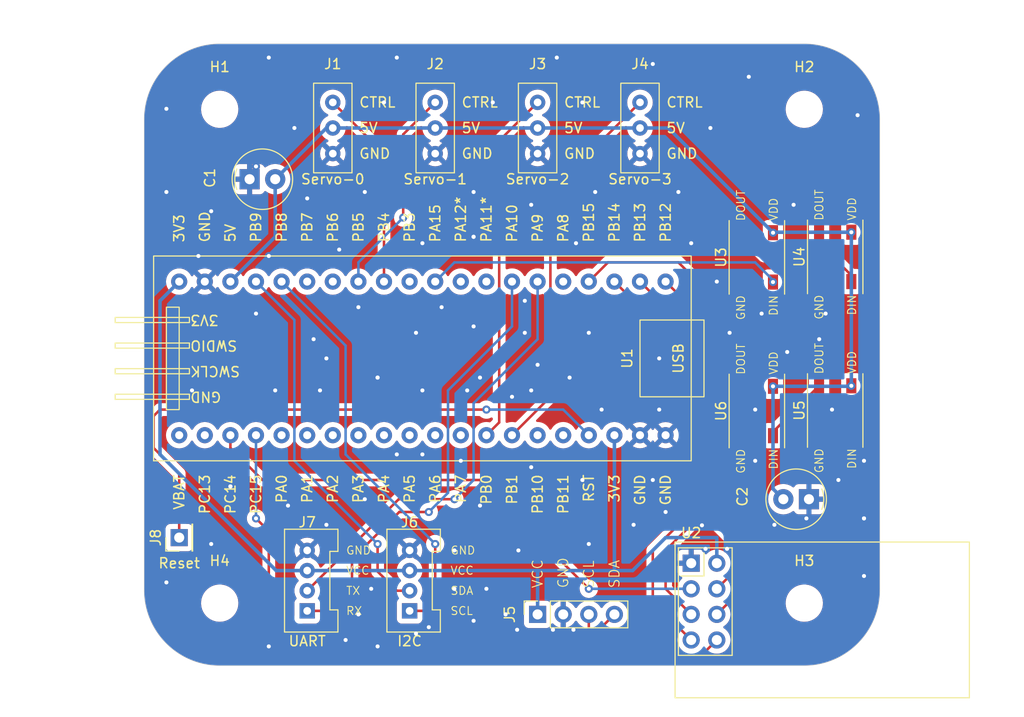
<source format=kicad_pcb>
(kicad_pcb (version 20221018) (generator pcbnew)
  (layers (0 "F.Cu" signal) (31 "B.Cu" signal) (34 "B.Paste" user) (35 "F.Paste" user) (36 "B.SilkS" user "B.Silkscreen") (37 "F.SilkS" user "F.Silkscreen") (38 "B.Mask" user) (39 "F.Mask" user) (44 "Edge.Cuts" user))
  (net 0 "")
  (net 1 "VCC")
  (net 2 "GND")
  (net 3 "/SCL")
  (net 4 "/SDA")
  (net 5 "/RXD")
  (net 6 "/TXD")
  (net 7 "+5V")
  (net 8 "/SRV0_CTRL")
  (net 9 "/SRV1_CTRL")
  (net 10 "/SRV2_CTRL")
  (net 11 "/SRV3_CTRL")
  (net 12 "/nRF_~{CSN}")
  (net 13 "/nRF_SCK")
  (net 14 "/nRF_MISO")
  (net 15 "/nRF_MOSI")
  (net 19 "/WS281X")
  (net 35 "/RST")
  (net 36 "Net-(U3-DOUT)")
  (net 37 "/nRF_CE")
  (net 38 "/nRF_IRQ")
  (net 39 "Net-(U4-DOUT)")
  (net 40 "Net-(U5-DOUT)")
  (footprint "boards:WS2812B" (layer "F.Cu") (at 93.98 60.96 90)
    (fp_text reference "U5" (at 2.4511 -1.9685 90) (layer "F.SilkS"))
    (fp_text value "WS2811B")
    (fp_text user "DIN" (at -1.25 3.25 90) (layer "F.SilkS") (effects (font (size 0.8 0.8) (thickness 0.1)) (justify right)))
    (fp_text user "GND" (at -1.25 0 90) (layer "F.SilkS") (effects (font (size 0.8 0.8) (thickness 0.1)) (justify right)))
    (fp_text user "DOUT" (at 6 0 90) (layer "F.SilkS") (effects (font (size 0.8 0.8) (thickness 0.1)) (justify left)))
    (fp_text user "VDD" (at 6 3.25 90) (layer "F.SilkS") (effects (font (size 0.8 0.8) (thickness 0.1)) (justify left)))
    (pad "1" smd rect (at 4.9011 3.1875 90) (size 1.5 1) (layers "F.Cu" "F.Paste" "F.Mask") (net 7 "+5V"))
    (pad "2" smd rect (at 4.9011 -0.0125 90) (size 1.5 1) (layers "F.Cu" "F.Paste" "F.Mask") (net 40 "Net-(U5-DOUT)"))
    (pad "3" smd rect (at 0.0011 -0.0125 90) (size 1.5 1) (layers "F.Cu" "F.Paste" "F.Mask") (net 2 "GND"))
    (pad "4" smd rect (at 0.0011 3.1875 90) (size 1.5 1) (layers "F.Cu" "F.Paste" "F.Mask") (net 39 "Net-(U4-DOUT)"))
  )
  (footprint "boards:grove_i2c" (layer "F.Cu") (at 53.34 75.39 90)
    (fp_text reference "J6" (at 5.794 0 180) (layer "F.SilkS"))
    (fp_text value "I2C")
    (fp_text user "I2C" (at -6 0) (layer "F.SilkS"))
    (fp_text user "GND" (at 3 4) (layer "F.SilkS") (effects (font (size 0.8 0.8) (thickness 0.1)) (justify left)))
    (fp_text user "SDA" (at -1 4) (layer "F.SilkS") (effects (font (size 0.8 0.8) (thickness 0.1)) (justify left)))
    (fp_text user "VCC" (at 1 4) (layer "F.SilkS") (effects (font (size 0.8 0.8) (thickness 0.1)) (justify left)))
    (fp_text user "SCL" (at -3 4) (layer "F.SilkS") (effects (font (size 0.8 0.8) (thickness 0.1)) (justify left)))
    (pad "1" thru_hole rect (at -3 0 90) (size 1.524 1.524) (drill 0.762) (layers "*.Cu" "*.Mask") (net 3 "/SCL"))
    (pad "2" thru_hole circle (at -1 0 90) (size 1.524 1.524) (drill 0.762) (layers "*.Cu" "*.Mask") (net 4 "/SDA"))
    (pad "3" thru_hole circle (at 1 0 90) (size 1.524 1.524) (drill 0.762) (layers "*.Cu" "*.Mask") (net 1 "VCC"))
    (pad "4" thru_hole circle (at 3 0 90) (size 1.524 1.524) (drill 0.762) (layers "*.Cu" "*.Mask") (net 2 "GND"))
  )
  (footprint "boards:Servo" (layer "F.Cu") (at 66.04 33.02)
    (fp_text reference "J3" (at 0 -8.89 unlocked) (layer "F.SilkS"))
    (fp_text value "Servo-2" (at 0 2.54 unlocked) (layer "F.SilkS"))
    (fp_text user "CTRL" (at 2.54 -5.08 unlocked) (layer "F.SilkS") (effects (justify left)))
    (fp_text user "GND" (at 2.54 0 unlocked) (layer "F.SilkS") (effects (justify left)))
    (fp_text user "5V" (at 2.54 -2.54 unlocked) (layer "F.SilkS") (effects (justify left)))
    (pad "1" thru_hole circle (at 0 0) (size 1.524 1.524) (drill 0.762) (layers "*.Cu" "*.Mask") (net 2 "GND"))
    (pad "2" thru_hole circle (at 0 -2.54) (size 1.524 1.524) (drill 0.762) (layers "*.Cu" "*.Mask") (net 7 "+5V"))
    (pad "3" thru_hole circle (at 0 -5.08) (size 1.524 1.524) (drill 0.762) (layers "*.Cu" "*.Mask") (net 10 "/SRV2_CTRL"))
  )
  (footprint "boards:Servo" (layer "F.Cu") (at 45.72 33.02)
    (fp_text reference "J1" (at 0 -8.89 unlocked) (layer "F.SilkS"))
    (fp_text value "Servo-0" (at 0 2.54 unlocked) (layer "F.SilkS"))
    (fp_text user "CTRL" (at 2.54 -5.08 unlocked) (layer "F.SilkS") (effects (justify left)))
    (fp_text user "GND" (at 2.54 0 unlocked) (layer "F.SilkS") (effects (justify left)))
    (fp_text user "5V" (at 2.54 -2.54 unlocked) (layer "F.SilkS") (effects (justify left)))
    (pad "1" thru_hole circle (at 0 0) (size 1.524 1.524) (drill 0.762) (layers "*.Cu" "*.Mask") (net 2 "GND"))
    (pad "2" thru_hole circle (at 0 -2.54) (size 1.524 1.524) (drill 0.762) (layers "*.Cu" "*.Mask") (net 7 "+5V"))
    (pad "3" thru_hole circle (at 0 -5.08) (size 1.524 1.524) (drill 0.762) (layers "*.Cu" "*.Mask") (net 8 "/SRV0_CTRL"))
  )
  (footprint "boards:WS2812B" (layer "F.Cu") (at 86.2075 45.7689 90)
    (fp_text reference "U3" (at 2.4511 -1.9685 90) (layer "F.SilkS"))
    (fp_text value "WS2811B")
    (fp_text user "DIN" (at -1.25 3.25 90) (layer "F.SilkS") (effects (font (size 0.8 0.8) (thickness 0.1)) (justify right)))
    (fp_text user "GND" (at -1.25 0 90) (layer "F.SilkS") (effects (font (size 0.8 0.8) (thickness 0.1)) (justify right)))
    (fp_text user "VDD" (at 6 3.25 90) (layer "F.SilkS") (effects (font (size 0.8 0.8) (thickness 0.1)) (justify left)))
    (fp_text user "DOUT" (at 6 0 90) (layer "F.SilkS") (effects (font (size 0.8 0.8) (thickness 0.1)) (justify left)))
    (pad "1" smd rect (at 4.9011 3.1875 90) (size 1.5 1) (layers "F.Cu" "F.Paste" "F.Mask") (net 7 "+5V"))
    (pad "2" smd rect (at 4.9011 -0.0125 90) (size 1.5 1) (layers "F.Cu" "F.Paste" "F.Mask") (net 36 "Net-(U3-DOUT)"))
    (pad "3" smd rect (at 0.0011 -0.0125 90) (size 1.5 1) (layers "F.Cu" "F.Paste" "F.Mask") (net 2 "GND"))
    (pad "4" smd rect (at 0.0011 3.1875 90) (size 1.5 1) (layers "F.Cu" "F.Paste" "F.Mask") (net 19 "/WS281X"))
  )
  (footprint "MountingHole:MountingHole_3.2mm_M3" (layer "F.Cu") (at 92.5 77.623301)
    (fp_text reference "H3" (at 0 -4.2) (layer "F.SilkS"))
    (fp_text value "MountingHole")
    (pad "" np_thru_hole circle locked (at 0 0) (size 3.2 3.2) (drill 3.2) (layers "*.Cu" "*.Mask"))
  )
  (footprint "boards:bluepill-stm32f103c8" (layer "F.Cu") (at 78.74 45.72 90)
    (fp_text reference "U1" (at -7.62 -3.81 90 unlocked) (layer "F.SilkS"))
    (fp_text value "bluepill-stm32f103c8")
    (fp_text user "PA12*" (at 3.81 -20.32 90 unlocked) (layer "F.SilkS") (effects (justify left)))
    (fp_text user "VBAT" (at -19.05 -48.26 90 unlocked) (layer "F.SilkS") (effects (justify right)))
    (fp_text user "PB9" (at 3.81 -40.64 90 unlocked) (layer "F.SilkS") (effects (justify left)))
    (fp_text user "PB13" (at 3.81 -2.54 90 unlocked) (layer "F.SilkS") (effects (justify left)))
    (fp_text user "GND" (at -11.43 -47.244 180 unlocked) (layer "F.SilkS") (effects (justify right)))
    (fp_text user "PA9" (at 3.81 -12.7 90 unlocked) (layer "F.SilkS") (effects (justify left)))
    (fp_text user "PB15" (at 3.81 -7.62 90 unlocked) (layer "F.SilkS") (effects (justify left)))
    (fp_text user "PA15" (at 3.81 -22.86 90 unlocked) (layer "F.SilkS") (effects (justify left)))
    (fp_text user "PC13" (at -19.05 -45.72 90 unlocked) (layer "F.SilkS") (effects (justify right)))
    (fp_text user "PB0" (at -19.05 -17.78 90 unlocked) (layer "F.SilkS") (effects (justify right)))
    (fp_text user "GND" (at 3.81 -45.72 90 unlocked) (layer "F.SilkS") (effects (justify left)))
    (fp_text user "PB1" (at -19.05 -15.24 90 unlocked) (layer "F.SilkS") (effects (justify right)))
    (fp_text user "PB3" (at 3.81 -25.4 90 unlocked) (layer "F.SilkS") (effects (justify left)))
    (fp_text user "PA3" (at -19.05 -30.48 90 unlocked) (layer "F.SilkS") (effects (justify right)))
    (fp_text user "PB14" (at 3.81 -5.08 90 unlocked) (layer "F.SilkS") (effects (justify left)))
    (fp_text user "PA1" (at -19.05 -35.56 90 unlocked) (layer "F.SilkS") (effects (justify right)))
    (fp_text user "GND" (at -19.05 0 90 unlocked) (layer "F.SilkS") (effects (justify right)))
    (fp_text user "PB7" (at 3.81 -35.56 90 unlocked) (layer "F.SilkS") (effects (justify left)))
    (fp_text user "PB6" (at 3.81 -33.02 90 unlocked) (layer "F.SilkS") (effects (justify left)))
    (fp_text user "PA0" (at -19.05 -38.1 90 unlocked) (layer "F.SilkS") (effects (justify right)))
    (fp_text user "SWDIO" (at -6.35 -47.244 180 unlocked) (layer "F.SilkS") (effects (justify right)))
    (fp_text user "PC15" (at -19.05 -40.64 90 unlocked) (layer "F.SilkS") (effects (justify right)))
    (fp_text user "PA2" (at -19.05 -33.02 90 unlocked) (layer "F.SilkS") (effects (justify right)))
    (fp_text user "PC14" (at -19.05 -43.18 90 unlocked) (layer "F.SilkS") (effects (justify right)))
    (fp_text user "PA5" (at -19.05 -25.4 90 unlocked) (layer "F.SilkS") (effects (justify right)))
    (fp_text user "3V3" (at 3.81 -48.26 90 unlocked) (layer "F.SilkS") (effects (justify left)))
    (fp_text user "PA7" (at -19.05 -20.32 90 unlocked) (layer "F.SilkS") (effects (justify right)))
    (fp_text user "SWCLK" (at -8.89 -47.244 180 unlocked) (layer "F.SilkS") (effects (justify right)))
    (fp_text user "PA4" (at -19.05 -27.94 90 unlocked) (layer "F.SilkS") (effects (justify right)))
    (fp_text user "PB10" (at -19.05 -12.7 90 unlocked) (layer "F.SilkS") (effects (justify right)))
    (fp_text user "GND" (at -19.05 -2.54 90 unlocked) (layer "F.SilkS") (effects (justify right)))
    (fp_text user "PA11*" (at 3.81 -17.78 90 unlocked) (layer "F.SilkS") (effects (justify left)))
    (fp_text user "PB12" (at 3.81 0 90 unlocked) (layer "F.SilkS") (effects (justify left)))
    (fp_text user "PA10" (at 3.81 -15.24 90 unlocked) (layer "F.SilkS") (effects (justify left)))
    (fp_text user "PB4" (at 3.81 -27.94 90 unlocked) (layer "F.SilkS") (effects (justify left)))
    (fp_text user "PB8" (at 3.81 -38.1 90 unlocked) (layer "F.SilkS") (effects (justify left)))
    (fp_text user "PB5" (at 3.81 -30.48 90 unlocked) (layer "F.SilkS") (effects (justify left)))
    (fp_text user "PA8" (at 3.81 -10.16 90 unlocked) (layer "F.SilkS") (effects (justify left)))
    (fp_text user "3V3" (at -3.81 -47.244 180 unlocked) (layer "F.SilkS") (effects (justify right)))
    (fp_text user "RST" (at -19.05 -7.62 90 unlocked) (layer "F.SilkS") (effects (justify right)))
    (fp_text user "PB11" (at -19.05 -10.16 90 unlocked) (layer "F.SilkS") (effects (justify right)))
    (fp_text user "PA6" (at -19.05 -22.86 90 unlocked) (layer "F.SilkS") (effects (justify right)))
    (fp_text user "USB" (at -7.62 1.27 90 unlocked) (layer "F.SilkS"))
    (fp_text user "3V3" (at -19.05 -5.08 90 unlocked) (layer "F.SilkS") (effects (justify right)))
    (fp_text user "5V" (at 3.81 -43.18 90 unlocked) (layer "F.SilkS") (effects (justify left)))
    (pad "1" thru_hole circle (at 0 0 90) (size 1.6 1.6) (drill 0.8) (layers "*.Cu" "*.Mask") (net 12 "/nRF_~{CSN}"))
    (pad "2" thru_hole circle (at 0 -2.54 90) (size 1.6 1.6) (drill 0.8) (layers "*.Cu" "*.Mask") (net 13 "/nRF_SCK"))
    (pad "3" thru_hole circle (at 0 -5.08 90) (size 1.6 1.6) (drill 0.8) (layers "*.Cu" "*.Mask") (net 14 "/nRF_MISO"))
    (pad "4" thru_hole circle (at 0 -7.62 90) (size 1.6 1.6) (drill 0.8) (layers "*.Cu" "*.Mask") (net 15 "/nRF_MOSI"))
    (pad "5" thru_hole circle (at 0 -10.16 90) (size 1.6 1.6) (drill 0.8) (layers "*.Cu" "*.Mask"))
    (pad "6" thru_hole circle (at 0 -12.7 90) (size 1.6 1.6) (drill 0.8) (layers "*.Cu" "*.Mask") (net 6 "/TXD"))
    (pad "7" thru_hole circle (at 0 -15.24 90) (size 1.6 1.6) (drill 0.8) (layers "*.Cu" "*.Mask") (net 5 "/RXD"))
    (pad "8" thru_hole circle (at 0 -17.78 90) (size 1.6 1.6) (drill 0.8) (layers "*.Cu" "*.Mask"))
    (pad "9" thru_hole circle (at 0 -20.32 90) (size 1.6 1.6) (drill 0.8) (layers "*.Cu" "*.Mask"))
    (pad "10" thru_hole circle (at 0 -22.86 90) (size 1.6 1.6) (drill 0.8) (layers "*.Cu" "*.Mask") (net 19 "/WS281X"))
    (pad "11" thru_hole circle (at 0 -25.4 90) (size 1.6 1.6) (drill 0.8) (layers "*.Cu" "*.Mask"))
    (pad "12" thru_hole circle (at 0 -27.94 90) (size 1.6 1.6) (drill 0.8) (layers "*.Cu" "*.Mask") (net 8 "/SRV0_CTRL"))
    (pad "13" thru_hole circle (at 0 -30.48 90) (size 1.6 1.6) (drill 0.8) (layers "*.Cu" "*.Mask") (net 9 "/SRV1_CTRL"))
    (pad "14" thru_hole circle (at 0 -33.02 90) (size 1.6 1.6) (drill 0.8) (layers "*.Cu" "*.Mask"))
    (pad "15" thru_hole circle (at 0 -35.56 90) (size 1.6 1.6) (drill 0.8) (layers "*.Cu" "*.Mask"))
    (pad "16" thru_hole circle (at 0 -38.1 90) (size 1.6 1.6) (drill 0.8) (layers "*.Cu" "*.Mask") (net 3 "/SCL"))
    (pad "17" thru_hole circle (at 0 -40.64 90) (size 1.6 1.6) (drill 0.8) (layers "*.Cu" "*.Mask") (net 4 "/SDA"))
    (pad "18" thru_hole circle (at 0 -43.18 90) (size 1.6 1.6) (drill 0.8) (layers "*.Cu" "*.Mask") (net 7 "+5V"))
    (pad "19" thru_hole circle (at 0 -45.72 90) (size 1.6 1.6) (drill 0.8) (layers "*.Cu" "*.Mask") (net 2 "GND"))
    (pad "20" thru_hole circle (at 0 -48.26 90) (size 1.6 1.6) (drill 0.8) (layers "*.Cu" "*.Mask") (net 1 "VCC"))
    (pad "21" thru_hole circle (at -15.24 -48.26 90) (size 1.6 1.6) (drill 0.8) (layers "*.Cu" "*.Mask"))
    (pad "22" thru_hole circle (at -15.24 -45.72 90) (size 1.6 1.6) (drill 0.8) (layers "*.Cu" "*.Mask"))
    (pad "23" thru_hole circle (at -15.24 -43.18 90) (size 1.6 1.6) (drill 0.8) (layers "*.Cu" "*.Mask") (net 37 "/nRF_CE"))
    (pad "24" thru_hole circle (at -15.24 -40.64 90) (size 1.6 1.6) (drill 0.8) (layers "*.Cu" "*.Mask") (net 38 "/nRF_IRQ"))
    (pad "25" thru_hole circle (at -15.24 -38.1 90) (size 1.6 1.6) (drill 0.8) (layers "*.Cu" "*.Mask"))
    (pad "26" thru_hole circle (at -15.24 -35.56 90) (size 1.6 1.6) (drill 0.8) (layers "*.Cu" "*.Mask"))
    (pad "27" thru_hole circle (at -15.24 -33.02 90) (size 1.6 1.6) (drill 0.8) (layers "*.Cu" "*.Mask"))
    (pad "28" thru_hole circle (at -15.24 -30.48 90) (size 1.6 1.6) (drill 0.8) (layers "*.Cu" "*.Mask"))
    (pad "29" thru_hole circle (at -15.24 -27.94 90) (size 1.6 1.6) (drill 0.8) (layers "*.Cu" "*.Mask"))
    (pad "30" thru_hole circle (at -15.24 -25.4 90) (size 1.6 1.6) (drill 0.8) (layers "*.Cu" "*.Mask"))
    (pad "31" thru_hole circle (at -15.24 -22.86 90) (size 1.6 1.6) (drill 0.8) (layers "*.Cu" "*.Mask"))
    (pad "32" thru_hole circle (at -15.24 -20.32 90) (size 1.6 1.6) (drill 0.8) (layers "*.Cu" "*.Mask"))
    (pad "33" thru_hole circle (at -15.24 -17.78 90) (size 1.6 1.6) (drill 0.8) (layers "*.Cu" "*.Mask") (net 10 "/SRV2_CTRL"))
    (pad "34" thru_hole circle (at -15.24 -15.24 90) (size 1.6 1.6) (drill 0.8) (layers "*.Cu" "*.Mask") (net 11 "/SRV3_CTRL"))
    (pad "35" thru_hole circle (at -15.24 -12.7 90) (size 1.6 1.6) (drill 0.8) (layers "*.Cu" "*.Mask"))
    (pad "36" thru_hole circle (at -15.24 -10.16 90) (size 1.6 1.6) (drill 0.8) (layers "*.Cu" "*.Mask"))
    (pad "37" thru_hole circle (at -15.24 -7.62 90) (size 1.6 1.6) (drill 0.8) (layers "*.Cu" "*.Mask") (net 35 "/RST"))
    (pad "38" thru_hole circle (at -15.24 -5.08 90) (size 1.6 1.6) (drill 0.8) (layers "*.Cu" "*.Mask") (net 1 "VCC"))
    (pad "39" thru_hole circle (at -15.24 -2.54 90) (size 1.6 1.6) (drill 0.8) (layers "*.Cu" "*.Mask") (net 2 "GND"))
    (pad "40" thru_hole circle (at -15.24 0 90) (size 1.6 1.6) (drill 0.8) (layers "*.Cu" "*.Mask") (net 2 "GND"))
  )
  (footprint "MountingHole:MountingHole_3.2mm_M3" (layer "F.Cu") (at 92.5 28.623301)
    (fp_text reference "H2" (at 0 -4.2) (layer "F.SilkS"))
    (fp_text value "MountingHole")
    (pad "" np_thru_hole circle locked (at 0 0) (size 3.2 3.2) (drill 3.2) (layers "*.Cu" "*.Mask"))
  )
  (footprint "boards:nRF24L01_Breakout" (layer "F.Cu") (at 81.28 73.66)
    (fp_text reference "U2" (at 0 -3) (layer "F.SilkS"))
    (fp_text value "NRF24L01_Breakout")
    (pad "1" thru_hole rect (at 0 0) (size 1.7 1.7) (drill 1) (layers "*.Cu" "*.Mask") (net 2 "GND"))
    (pad "2" thru_hole circle (at 2.54 0) (size 1.7 1.7) (drill 1) (layers "*.Cu" "*.Mask") (net 1 "VCC"))
    (pad "3" thru_hole circle (at 0 2.54) (size 1.7 1.7) (drill 1) (layers "*.Cu" "*.Mask") (net 37 "/nRF_CE"))
    (pad "4" thru_hole circle (at 2.54 2.54) (size 1.7 1.7) (drill 1) (layers "*.Cu" "*.Mask") (net 12 "/nRF_~{CSN}"))
    (pad "5" thru_hole circle (at 0 5.08) (size 1.7 1.7) (drill 1) (layers "*.Cu" "*.Mask") (net 13 "/nRF_SCK"))
    (pad "6" thru_hole circle (at 2.54 5.08) (size 1.7 1.7) (drill 1) (layers "*.Cu" "*.Mask") (net 15 "/nRF_MOSI"))
    (pad "7" thru_hole circle (at 0 7.62) (size 1.7 1.7) (drill 1) (layers "*.Cu" "*.Mask") (net 14 "/nRF_MISO"))
    (pad "8" thru_hole circle (at 2.54 7.62) (size 1.7 1.7) (drill 1) (layers "*.Cu" "*.Mask") (net 38 "/nRF_IRQ"))
  )
  (footprint "boards:WS2812B" (layer "F.Cu") (at 93.98 45.72 90)
    (fp_text reference "U4" (at 2.4511 -1.9685 90) (layer "F.SilkS"))
    (fp_text value "WS2811B")
    (fp_text user "DOUT" (at 6 0 90) (layer "F.SilkS") (effects (font (size 0.8 0.8) (thickness 0.1)) (justify left)))
    (fp_text user "GND" (at -1.25 0 90) (layer "F.SilkS") (effects (font (size 0.8 0.8) (thickness 0.1)) (justify right)))
    (fp_text user "DIN" (at -1.25 3.25 90) (layer "F.SilkS") (effects (font (size 0.8 0.8) (thickness 0.1)) (justify right)))
    (fp_text user "VDD" (at 6 3.25 90) (layer "F.SilkS") (effects (font (size 0.8 0.8) (thickness 0.1)) (justify left)))
    (pad "1" smd rect (at 4.9011 3.1875 90) (size 1.5 1) (layers "F.Cu" "F.Paste" "F.Mask") (net 7 "+5V"))
    (pad "2" smd rect (at 4.9011 -0.0125 90) (size 1.5 1) (layers "F.Cu" "F.Paste" "F.Mask") (net 39 "Net-(U4-DOUT)"))
    (pad "3" smd rect (at 0.0011 -0.0125 90) (size 1.5 1) (layers "F.Cu" "F.Paste" "F.Mask") (net 2 "GND"))
    (pad "4" smd rect (at 0.0011 3.1875 90) (size 1.5 1) (layers "F.Cu" "F.Paste" "F.Mask") (net 36 "Net-(U3-DOUT)"))
  )
  (footprint "MountingHole:MountingHole_3.2mm_M3" (layer "F.Cu") (at 34.5 28.623301)
    (fp_text reference "H1" (at 0 -4.2) (layer "F.SilkS"))
    (fp_text value "MountingHole")
    (pad "" np_thru_hole circle locked (at 0 0) (size 3.2 3.2) (drill 3.2) (layers "*.Cu" "*.Mask"))
  )
  (footprint "boards:Servo" (layer "F.Cu") (at 76.2 33.02)
    (fp_text reference "J4" (at 0 -8.89 unlocked) (layer "F.SilkS"))
    (fp_text value "Servo-3" (at 0 2.54 unlocked) (layer "F.SilkS"))
    (fp_text user "GND" (at 2.54 0 unlocked) (layer "F.SilkS") (effects (justify left)))
    (fp_text user "5V" (at 2.54 -2.54 unlocked) (layer "F.SilkS") (effects (justify left)))
    (fp_text user "CTRL" (at 2.54 -5.08 unlocked) (layer "F.SilkS") (effects (justify left)))
    (pad "1" thru_hole circle (at 0 0) (size 1.524 1.524) (drill 0.762) (layers "*.Cu" "*.Mask") (net 2 "GND"))
    (pad "2" thru_hole circle (at 0 -2.54) (size 1.524 1.524) (drill 0.762) (layers "*.Cu" "*.Mask") (net 7 "+5V"))
    (pad "3" thru_hole circle (at 0 -5.08) (size 1.524 1.524) (drill 0.762) (layers "*.Cu" "*.Mask") (net 11 "/SRV3_CTRL"))
  )
  (footprint "boards:grove_uart" (layer "F.Cu") (at 43.18 75.39 90)
    (fp_text reference "J7" (at 5.794 0 180) (layer "F.SilkS"))
    (fp_text value "UART")
    (fp_text user "GND" (at 3 3.81 180) (layer "F.SilkS") (effects (font (size 0.8 0.8) (thickness 0.1)) (justify left)))
    (fp_text user "UART" (at -6 0 180) (layer "F.SilkS"))
    (fp_text user "VCC" (at 1 3.81 180) (layer "F.SilkS") (effects (font (size 0.8 0.8) (thickness 0.1)) (justify left)))
    (fp_text user "TX" (at -1 3.81 180) (layer "F.SilkS") (effects (font (size 0.8 0.8) (thickness 0.1)) (justify left)))
    (fp_text user "RX" (at -3 3.81 180) (layer "F.SilkS") (effects (font (size 0.8 0.8) (thickness 0.1)) (justify left)))
    (pad "1" thru_hole rect (at -3 0 90) (size 1.524 1.524) (drill 0.762) (layers "*.Cu" "*.Mask") (net 5 "/RXD"))
    (pad "2" thru_hole circle (at -1 0 90) (size 1.524 1.524) (drill 0.762) (layers "*.Cu" "*.Mask") (net 6 "/TXD"))
    (pad "3" thru_hole circle (at 1 0 90) (size 1.524 1.524) (drill 0.762) (layers "*.Cu" "*.Mask") (net 1 "VCC"))
    (pad "4" thru_hole circle (at 3 0 90) (size 1.524 1.524) (drill 0.762) (layers "*.Cu" "*.Mask") (net 2 "GND"))
  )
  (footprint "boards:Servo" (layer "F.Cu") (at 55.88 33.02)
    (fp_text reference "J2" (at 0 -8.89 unlocked) (layer "F.SilkS"))
    (fp_text value "Servo-1" (at 0 2.54 unlocked) (layer "F.SilkS"))
    (fp_text user "GND" (at 2.54 0 unlocked) (layer "F.SilkS") (effects (justify left)))
    (fp_text user "5V" (at 2.54 -2.54 unlocked) (layer "F.SilkS") (effects (justify left)))
    (fp_text user "CTRL" (at 2.54 -5.08 unlocked) (layer "F.SilkS") (effects (justify left)))
    (pad "1" thru_hole circle (at 0 0) (size 1.524 1.524) (drill 0.762) (layers "*.Cu" "*.Mask") (net 2 "GND"))
    (pad "2" thru_hole circle (at 0 -2.54) (size 1.524 1.524) (drill 0.762) (layers "*.Cu" "*.Mask") (net 7 "+5V"))
    (pad "3" thru_hole circle (at 0 -5.08) (size 1.524 1.524) (drill 0.762) (layers "*.Cu" "*.Mask") (net 9 "/SRV1_CTRL"))
  )
  (footprint "boards:I2C-Socket-2.54mm" (layer "F.Cu") (at 66.04 78.74 90)
    (fp_text reference "J5" (at 0 -2.77 90) (layer "F.SilkS"))
    (fp_text value "I2C")
    (fp_text user "SDA" (at 2.54 7.62 90 unlocked) (layer "F.SilkS") (effects (font (thickness 0.1)) (justify left)))
    (fp_text user "VCC" (at 2.54 0 90 unlocked) (layer "F.SilkS") (effects (font (thickness 0.1)) (justify left)))
    (fp_text user "GND" (at 2.54 2.54 90 unlocked) (layer "F.SilkS") (effects (font (thickness 0.1)) (justify left)))
    (fp_text user "SCL" (at 2.54 5.08 90 unlocked) (layer "F.SilkS") (effects (font (thickness 0.1)) (justify left)))
    (pad "1" thru_hole rect (at 0 0 90) (size 1.7 1.7) (drill 1) (layers "*.Cu" "*.Mask") (net 1 "VCC"))
    (pad "2" thru_hole oval (at 0 2.54 90) (size 1.7 1.7) (drill 1) (layers "*.Cu" "*.Mask") (net 2 "GND"))
    (pad "3" thru_hole oval (at 0 5.08 90) (size 1.7 1.7) (drill 1) (layers "*.Cu" "*.Mask") (net 3 "/SCL"))
    (pad "4" thru_hole oval (at 0 7.62 90) (size 1.7 1.7) (drill 1) (layers "*.Cu" "*.Mask") (net 4 "/SDA"))
  )
  (footprint "MountingHole:MountingHole_3.2mm_M3" (layer "F.Cu") (at 34.5 77.623301)
    (fp_text reference "H4" (at 0 -4.2) (layer "F.SilkS"))
    (fp_text value "MountingHole")
    (pad "" np_thru_hole circle locked (at 0 0) (size 3.2 3.2) (drill 3.2) (layers "*.Cu" "*.Mask"))
  )
  (footprint "Connector_PinHeader_2.54mm:PinHeader_1x01_P2.54mm_Vertical" (layer "F.Cu") (at 30.48 71.12 90)
    (fp_text reference "J8" (at 0 -2.33 90) (layer "F.SilkS"))
    (fp_text value "Reset" (at -2.54 0 180) (layer "F.SilkS"))
    (pad "1" thru_hole rect (at 0 0 90) (size 1.7 1.7) (drill 1) (layers "*.Cu" "*.Mask") (net 35 "/RST"))
  )
  (footprint "boards:electrolytic_capacitor_10uf" (layer "F.Cu") (at 40.005 35.56 180)
    (fp_text reference "C1" (at 6.477 0.127 90) (layer "F.SilkS"))
    (fp_text value "10 uF")
    (pad "1" thru_hole circle (at 0 0) (size 2 2) (drill 1) (layers "*.Cu" "*.Mask") (net 7 "+5V"))
    (pad "2" thru_hole rect (at 2.54 0 180) (size 2 2) (drill 1) (layers "*.Cu" "*.Mask") (net 2 "GND"))
  )
  (footprint "boards:WS2812B" (layer "F.Cu") (at 86.2075 61.0089 90)
    (fp_text reference "U6" (at 2.4511 -1.9685 90) (layer "F.SilkS"))
    (fp_text value "WS2811B")
    (fp_text user "DOUT" (at 6 0 90) (layer "F.SilkS") (effects (font (size 0.8 0.8) (thickness 0.1)) (justify left)))
    (fp_text user "GND" (at -1.25 0 90) (layer "F.SilkS") (effects (font (size 0.8 0.8) (thickness 0.1)) (justify right)))
    (fp_text user "DIN" (at -1.25 3.25 90) (layer "F.SilkS") (effects (font (size 0.8 0.8) (thickness 0.1)) (justify right)))
    (fp_text user "VDD" (at 6 3.25 90) (layer "F.SilkS") (effects (font (size 0.8 0.8) (thickness 0.1)) (justify left)))
    (pad "1" smd rect (at 4.9011 3.1875 90) (size 1.5 1) (layers "F.Cu" "F.Paste" "F.Mask") (net 7 "+5V"))
    (pad "2" smd rect (at 4.9011 -0.0125 90) (size 1.5 1) (layers "F.Cu" "F.Paste" "F.Mask"))
    (pad "3" smd rect (at 0.0011 -0.0125 90) (size 1.5 1) (layers "F.Cu" "F.Paste" "F.Mask") (net 2 "GND"))
    (pad "4" smd rect (at 0.0011 3.1875 90) (size 1.5 1) (layers "F.Cu" "F.Paste" "F.Mask") (net 40 "Net-(U5-DOUT)"))
  )
  (footprint "boards:electrolytic_capacitor_10uf" (layer "F.Cu") (at 90.424 67.31)
    (fp_text reference "C2" (at -4.064 -0.254 90) (layer "F.SilkS"))
    (fp_text value "10 uF")
    (pad "1" thru_hole circle (at 0 0 180) (size 2 2) (drill 1) (layers "*.Cu" "*.Mask") (net 7 "+5V"))
    (pad "2" thru_hole rect (at 2.54 0) (size 2 2) (drill 1) (layers "*.Cu" "*.Mask") (net 2 "GND"))
  )
  (gr_arc locked (start 27 29.623301) (mid 29.196699 24.32) (end 34.5 22.123301) (stroke (width 0.05)) (layer "Edge.Cuts"))
  (gr_arc locked (start 100 76.32) (mid 97.803301 81.623301) (end 92.5 83.82) (stroke (width 0.05)) (layer "Edge.Cuts"))
  (gr_arc locked (start 92.5 22.123301) (mid 97.803301 24.32) (end 100 29.623301) (stroke (width 0.05)) (layer "Edge.Cuts"))
  (gr_line locked (start 100 76.32) (end 100 29.623301) (stroke (width 0.05)) (layer "Edge.Cuts"))
  (gr_line locked (start 27 29.623301) (end 27 76.32) (stroke (width 0.05)) (layer "Edge.Cuts"))
  (gr_arc locked (start 34.5 83.82) (mid 29.196699 81.623301) (end 27 76.32) (stroke (width 0.05)) (layer "Edge.Cuts"))
  (gr_line locked (start 34.5 83.82) (end 92.5 83.82) (stroke (width 0.05)) (layer "Edge.Cuts"))
  (gr_line locked (start 92.5 22.123301) (end 34.5 22.123301) (stroke (width 0.05)) (layer "Edge.Cuts"))
  (segment (start 66.04 74.39) (end 73.66 74.39) (width 0.35) (layer "B.Cu") (net 1))
  (segment (start 73.66 60.96) (end 73.66 74.39) (width 0.35) (layer "B.Cu") (net 1))
  (segment (start 40.1 74.39) (end 28.575 62.865) (width 0.35) (layer "B.Cu") (net 1))
  (segment (start 73.66 74.39) (end 75.47 74.39) (width 0.35) (layer "B.Cu") (net 1))
  (segment (start 83.82 71.12) (end 83.82 73.66) (width 0.35) (layer "B.Cu") (net 1))
  (segment (start 66.04 74.39) (end 66.04 78.74) (width 0.35) (layer "B.Cu") (net 1))
  (segment (start 75.47 74.39) (end 78.74 71.12) (width 0.35) (layer "B.Cu") (net 1))
  (segment (start 28.575 47.625) (end 30.48 45.72) (width 0.35) (layer "B.Cu") (net 1))
  (segment (start 28.575 62.865) (end 28.575 47.625) (width 0.35) (layer "B.Cu") (net 1))
  (segment (start 78.74 71.12) (end 83.82 71.12) (width 0.35) (layer "B.Cu") (net 1))
  (segment (start 43.18 74.39) (end 40.1 74.39) (width 0.35) (layer "B.Cu") (net 1))
  (segment (start 43.18 74.39) (end 53.34 74.39) (width 0.35) (layer "B.Cu") (net 1))
  (segment (start 53.34 74.39) (end 66.04 74.39) (width 0.35) (layer "B.Cu") (net 1))
  (via (at 53.975 50.8) (size 0.8) (drill 0.4) (layers "F.Cu" "B.Cu") (net 2))
  (via (at 59.69 36.83) (size 0.8) (drill 0.4) (layers "F.Cu" "B.Cu") (net 2))
  (via (at 60.325 55.245) (size 0.8) (drill 0.4) (layers "F.Cu" "B.Cu") (net 2))
  (via (at 70.485 27.94) (size 0.8) (drill 0.4) (layers "F.Cu" "B.Cu") (net 2))
  (via (at 48.26 48.26) (size 0.8) (drill 0.4) (layers "F.Cu" "B.Cu") (net 2))
  (via (at 59.69 41.275) (size 0.8) (drill 0.4) (layers "F.Cu" "B.Cu") (net 2))
  (via (at 52.07 23.495) (size 0.8) (drill 0.4) (layers "F.Cu" "B.Cu") (net 2))
  (via (at 43.815 51.435) (size 0.8) (drill 0.4) (layers "F.Cu" "B.Cu") (net 2))
  (via (at 48.895 67.31) (size 0.8) (drill 0.4) (layers "F.Cu" "B.Cu") (net 2))
  (via (at 41.275 67.945) (size 0.8) (drill 0.4) (layers "F.Cu" "B.Cu") (net 2))
  (via (at 83.185 30.48) (size 0.8) (drill 0.4) (layers "F.Cu" "B.Cu") (net 2))
  (via (at 59.055 56.515) (size 0.8) (drill 0.4) (layers "F.Cu" "B.Cu") (net 2))
  (via (at 78.105 53.34) (size 0.8) (drill 0.4) (layers "F.Cu" "B.Cu") (net 2))
  (via (at 38.1 34.29) (size 0.8) (drill 0.4) (layers "F.Cu" "B.Cu") (net 2))
  (via (at 69.215 55.245) (size 0.8) (drill 0.4) (layers "F.Cu" "B.Cu") (net 2))
  (via (at 46.355 42.545) (size 0.8) (drill 0.4) (layers "F.Cu" "B.Cu") (net 2))
  (via (at 88.265 48.895) (size 0.8) (drill 0.4) (layers "F.Cu" "B.Cu") (net 2))
  (via (at 98.425 69.215) (size 0.8) (drill 0.4) (layers "F.Cu" "B.Cu") (net 2))
  (via (at 93.98 51.435) (size 0.8) (drill 0.4) (layers "F.Cu" "B.Cu") (net 2))
  (via (at 71.755 36.83) (size 0.8) (drill 0.4) (layers "F.Cu" "B.Cu") (net 2))
  (via (at 64.135 72.39) (size 0.8) (drill 0.4) (layers "F.Cu" "B.Cu") (net 2))
  (via (at 83.82 45.72) (size 0.8) (drill 0.4) (layers "F.Cu" "B.Cu") (net 2))
  (via (at 32.385 43.18) (size 0.8) (drill 0.4) (layers "F.Cu" "B.Cu") (net 2))
  (via (at 87.63 58.42) (size 0.8) (drill 0.4) (layers "F.Cu" "B.Cu") (net 2))
  (via (at 59.69 50.165) (size 0.8) (drill 0.4) (layers "F.Cu" "B.Cu") (net 2))
  (via (at 55.245 80.01) (size 0.8) (drill 0.4) (layers "F.Cu" "B.Cu") (net 2))
  (via (at 82.7024 72.2376) (size 0.8) (drill 0.4) (layers "F.Cu" "B.Cu") (net 2))
  (via (at 43.18 37.465) (size 0.8) (drill 0.4) (layers "F.Cu" "B.Cu") (net 2))
  (via (at 77.47 24.13) (size 0.8) (drill 0.4) (layers "F.Cu" "B.Cu") (net 2))
  (via (at 54.61 41.91) (size 0.8) (drill 0.4) (layers "F.Cu" "B.Cu") (net 2))
  (via (at 57.785 76.2) (size 0.8) (drill 0.4) (layers "F.Cu" "B.Cu") (net 2))
  (via (at 64.008 80.264) (size 0.8) (drill 0.4) (layers "F.Cu" "B.Cu") (net 2))
  (via (at 60.96 76.2) (size 0.8) (drill 0.4) (layers "F.Cu" "B.Cu") (net 2))
  (via (at 62.865 78.74) (size 0.8) (drill 0.4) (layers "F.Cu" "B.Cu") (net 2))
  (via (at 48.26 78.74) (size 0.8) (drill 0.4) (layers "F.Cu" "B.Cu") (net 2))
  (via (at 64.77 50.8) (size 0.8) (drill 0.4) (layers "F.Cu" "B.Cu") (net 2))
  (via (at 35.56 66.04) (size 0.8) (drill 0.4) (layers "F.Cu" "B.Cu") (net 2))
  (via (at 71.12 71.755) (size 0.8) (drill 0.4) (layers "F.Cu" "B.Cu") (net 2))
  (via (at 45.085 69.85) (size 0.8) (drill 0.4) (layers "F.Cu" "B.Cu") (net 2))
  (via (at 46.99 81.28) (size 0.8) (drill 0.4) (layers "F.Cu" "B.Cu") (net 2))
  (via (at 70.485 65.405) (size 0.8) (drill 0.4) (layers "F.Cu" "B.Cu") (net 2))
  (via (at 97.79 29.21) (size 0.8) (drill 0.4) (layers "F.Cu" "B.Cu") (net 2))
  (via (at 56.515 48.26) (size 0.8) (drill 0.4) (layers "F.Cu" "B.Cu") (net 2))
  (via (at 48.895 36.83) (size 0.8) (drill 0.4) (layers "F.Cu" "B.Cu") (net 2))
  (via (at 67.945 23.495) (size 0.8) (drill 0.4) (layers "F.Cu" "B.Cu") (net 2))
  (via (at 50.8 27.94) (size 0.8) (drill 0.4) (layers "F.Cu" "B.Cu") (net 2))
  (via (at 60.325 67.945) (size 0.8) (drill 0.4) (layers "F.Cu" "B.Cu") (net 2))
  (via (at 29.21 36.83) (size 0.8) (drill 0.4) (layers "F.Cu" "B.Cu") (net 2))
  (via (at 54.61 56.515) (size 0.8) (drill 0.4) (layers "F.Cu" "B.Cu") (net 2))
  (via (at 72.39 58.42) (size 0.8) (drill 0.4) (layers "F.Cu" "B.Cu") (net 2))
  (via (at 44.45 56.515) (size 0.8) (drill 0.4) (layers "F.Cu" "B.Cu") (net 2))
  (via (at 84.836 72.2376) (size 0.8) (drill 0.4) (layers "F.Cu" "B.Cu") (net 2))
  (via (at 92.71 69.215) (size 0.8) (drill 0.4) (layers "F.Cu" "B.Cu") (net 2))
  (via (at 63.5 57.15) (size 0.8) (drill 0.4) (layers "F.Cu" "B.Cu") (net 2))
  (via (at 35.56 66.04) (size 0.8) (drill 0.4) (layers "F.Cu" "B.Cu") (net 2))
  (via (at 61.595 27.94) (size 0.8) (drill 0.4) (layers "F.Cu" "B.Cu") (net 2))
  (via (at 39.37 23.495) (size 0.8) (drill 0.4) (layers "F.Cu" "B.Cu") (net 2))
  (via (at 95.25 58.42) (size 0.8) (drill 0.4) (layers "F.Cu" "B.Cu") (net 2))
  (via (at 59.69 79.375) (size 0.8) (drill 0.4) (layers "F.Cu" "B.Cu") (net 2))
  (via (at 91.44 38.1) (size 0.8) (drill 0.4) (layers "F.Cu" "B.Cu") (net 2))
  (via (at 58.42 63.5) (size 0.8) (drill 0.4) (layers "F.Cu" "B.Cu") (net 2))
  (via (at 33.655 71.755) (size 0.8) (drill 0.4) (layers "F.Cu" "B.Cu") (net 2))
  (via (at 64.77 47.625) (size 0.8) (drill 0.4) (layers "F.Cu" "B.Cu") (net 2))
  (via (at 78.105 58.42) (size 0.8) (drill 0.4) (layers "F.Cu" "B.Cu") (net 2))
  (via (at 29.21 75.565) (size 0.8) (drill 0.4) (layers "F.Cu" "B.Cu") (net 2))
  (via (at 78.74 68.58) (size 0.8) (drill 0.4) (layers "F.Cu" "B.Cu") (net 2))
  (via (at 33.655 38.735) (size 0.8) (drill 0.4) (layers "F.Cu" "B.Cu") (net 2))
  (via (at 87.63 63.5) (size 0.8) (drill 0.4) (layers "F.Cu" "B.Cu") (net 2))
  (via (at 50.165 55.245) (size 0.8) (drill 0.4) (layers "F.Cu" "B.Cu") (net 2))
  (via (at 95.885 65.405) (size 0.8) (drill 0.4) (layers "F.Cu" "B.Cu") (net 2))
  (via (at 75.565 69.85) (size 0.8) (drill 0.4) (layers "F.Cu" "B.Cu") (net 2))
  (via (at 65.405 56.515) (size 0.8) (drill 0.4) (layers "F.Cu" "B.Cu") (net 2))
  (via (at 50.165 55.245) (size 0.8) (drill 0.4) (layers "F.Cu" "B.Cu") (net 2))
  (via (at 90.805 52.705) (size 0.8) (drill 0.4) (layers "F.Cu" "B.Cu") (net 2))
  (via (at 54.61 62.865) (size 0.8) (drill 0.4) (layers "F.Cu" "B.Cu") (net 2))
  (via (at 40.005 56.515) (size 0.8) (drill 0.4) (layers "F.Cu" "B.Cu") (net 2))
  (via (at 52.07 62.865) (size 0.8) (drill 0.4) (layers "F.Cu" "B.Cu") (net 2))
  (via (at 59.69 41.275) (size 0.8) (drill 0.4) (layers "F.Cu" "B.Cu") (net 2))
  (via (at 69.85 41.91) (size 0.8) (drill 0.4) (layers "F.Cu" "B.Cu") (net 2))
  (via (at 50.165 81.915) (size 0.8) (drill 0.4) (layers "F.Cu" "B.Cu") (net 2))
  (via (at 29.21 28.575) (size 0.8) (drill 0.4) (layers "F.Cu" "B.Cu") (net 2))
  (via (at 41.91 30.48) (size 0.8) (drill 0.4) (layers "F.Cu" "B.Cu") (net 2))
  (via (at 39.37 43.18) (size 0.8) (drill 0.4) (layers "F.Cu" "B.Cu") (net 2))
  (via (at 49.53 76.2) (size 0.8) (drill 0.4) (layers "F.Cu" "B.Cu") (net 2))
  (via (at 67.564 80.264) (size 0.8) (drill 0.4) (layers "F.Cu" "B.Cu") (net 2))
  (via (at 98.425 74.93) (size 0.8) (drill 0.4) (layers "F.Cu" "B.Cu") (net 2))
  (via (at 66.04 53.975) (size 0.8) (drill 0.4) (layers "F.Cu" "B.Cu") (net 2))
  (via (at 65.405 64.135) (size 0.8) (drill 0.4) (layers "F.Cu" "B.Cu") (net 2))
  (via (at 80.01 36.83) (size 0.8) (drill 0.4) (layers "F.Cu" "B.Cu") (net 2))
  (via (at 85.09 50.8) (size 0.8) (drill 0.4) (layers "F.Cu" "B.Cu") (net 2))
  (via (at 81.28 41.91) (size 0.8) (drill 0.4) (layers "F.Cu" "B.Cu") (net 2))
  (via (at 98.425 63.5) (size 0.8) (drill 0.4) (layers "F.Cu" "B.Cu") (net 2))
  (via (at 98.425 69.215) (size 0.8) (drill 0.4) (layers "F.Cu" "B.Cu") (net 2))
  (via (at 31.75 56.515) (size 0.8) (drill 0.4) (layers "F.Cu" "B.Cu") (net 2))
  (via (at 77.47 65.405) (size 0.8) (drill 0.4) (layers "F.Cu" "B.Cu") (net 2))
  (via (at 86.995 25.4) (size 0.8) (drill 0.4) (layers "F.Cu" "B.Cu") (net 2))
  (via (at 45.085 53.34) (size 0.8) (drill 0.4) (layers "F.Cu" "B.Cu") (net 2))
  (via (at 71.12 50.8) (size 0.8) (drill 0.4) (layers "F.Cu" "B.Cu") (net 2))
  (via (at 39.37 81.915) (size 0.8) (drill 0.4) (layers "F.Cu" "B.Cu") (net 2))
  (via (at 53.975 80.645) (size 0.8) (drill 0.4) (layers "F.Cu" "B.Cu") (net 2))
  (via (at 94.615 48.895) (size 0.8) (drill 0.4) (layers "F.Cu" "B.Cu") (net 2))
  (via (at 82.3468 69.9008) (size 0.8) (drill 0.4) (layers "F.Cu" "B.Cu") (net 2))
  (via (at 38.1 48.895) (size 0.8) (drill 0.4) (layers "F.Cu" "B.Cu") (net 2))
  (via (at 57.785 72.39) (size 0.8) (drill 0.4) (layers "F.Cu" "B.Cu") (net 2))
  (via (at 89.535 69.85) (size 0.8) (drill 0.4) (layers "F.Cu" "B.Cu") (net 2))
  (via (at 69.596 80.264) (size 0.8) (drill 0.4) (layers "F.Cu" "B.Cu") (net 2))
  (via (at 65.405 38.1) (size 0.8) (drill 0.4) (layers "F.Cu" "B.Cu") (net 2))
  (segment (start 69.919 81.465) (end 71.12 80.264) (width 0.25) (layer "F.Cu") (net 3))
  (segment (start 71.12 80.264) (end 71.12 78.74) (width 0.25) (layer "F.Cu") (net 3))
  (segment (start 53.34 78.39) (end 54.706 78.39) (width 0.25) (layer "F.Cu") (net 3))
  (segment (start 55.88 77.216) (end 55.88 71.755) (width 0.25) (layer "F.Cu") (net 3))
  (segment (start 57.866727 81.465) (end 69.919 81.465) (width 0.25) (layer "F.Cu") (net 3))
  (segment (start 54.706 78.39) (end 55.88 77.216) (width 0.25) (layer "F.Cu") (net 3))
  (segment (start 54.791727 78.39) (end 57.866727 81.465) (width 0.25) (layer "F.Cu") (net 3))
  (segment (start 54.706 78.39) (end 54.791727 78.39) (width 0.25) (layer "F.Cu") (net 3))
  (via (at 55.88 71.755) (size 0.8) (drill 0.4) (layers "F.Cu" "B.Cu") (net 3))
  (segment (start 46.99 52.07) (end 46.99 62.865) (width 0.25) (layer "B.Cu") (net 3))
  (segment (start 46.99 62.865) (end 55.88 71.755) (width 0.25) (layer "B.Cu") (net 3))
  (segment (start 40.64 45.72) (end 46.99 52.07) (width 0.25) (layer "B.Cu") (net 3))
  (segment (start 53.34 76.39) (end 52.07 76.39) (width 0.25) (layer "F.Cu") (net 4))
  (segment (start 52.07 81.915) (end 50.8 80.645) (width 0.25) (layer "F.Cu") (net 4))
  (segment (start 73.66 78.74) (end 70.485 81.915) (width 0.25) (layer "F.Cu") (net 4))
  (segment (start 51.88 76.39) (end 50.8 77.47) (width 0.25) (layer "F.Cu") (net 4))
  (segment (start 52.07 76.39) (end 51.88 76.39) (width 0.25) (layer "F.Cu") (net 4))
  (segment (start 50.8 80.645) (end 50.8 80.01) (width 0.25) (layer "F.Cu") (net 4))
  (segment (start 50.165 74.485) (end 52.07 76.39) (width 0.25) (layer "F.Cu") (net 4))
  (segment (start 50.165 71.755) (end 50.165 74.485) (width 0.25) (layer "F.Cu") (net 4))
  (segment (start 70.485 81.915) (end 52.07 81.915) (width 0.25) (layer "F.Cu") (net 4))
  (segment (start 50.8 80.01) (end 50.8 77.47) (width 0.25) (layer "F.Cu") (net 4))
  (via (at 50.165 71.755) (size 0.8) (drill 0.4) (layers "F.Cu" "B.Cu") (net 4))
  (segment (start 41.91 49.53) (end 38.1 45.72) (width 0.25) (layer "B.Cu") (net 4))
  (segment (start 41.91 63.5) (end 41.91 49.53) (width 0.25) (layer "B.Cu") (net 4))
  (segment (start 41.91 63.5) (end 50.165 71.755) (width 0.25) (layer "B.Cu") (net 4))
  (segment (start 47.625 73.269695) (end 52.314695 68.58) (width 0.25) (layer "F.Cu") (net 5))
  (segment (start 44.8 78.39) (end 47.625 75.565) (width 0.25) (layer "F.Cu") (net 5))
  (segment (start 47.625 75.565) (end 47.625 73.269695) (width 0.25) (layer "F.Cu") (net 5))
  (segment (start 52.314695 68.58) (end 55.245 68.58) (width 0.25) (layer "F.Cu") (net 5))
  (segment (start 43.18 78.39) (end 44.8 78.39) (width 0.25) (layer "F.Cu") (net 5))
  (via (at 55.245 68.58) (size 0.8) (drill 0.4) (layers "F.Cu" "B.Cu") (net 5))
  (segment (start 63.5 50.165) (end 63.5 45.72) (width 0.25) (layer "B.Cu") (net 5))
  (segment (start 57.15 56.515) (end 63.5 50.165) (width 0.25) (layer "B.Cu") (net 5))
  (segment (start 57.15 66.675) (end 57.15 56.515) (width 0.25) (layer "B.Cu") (net 5))
  (segment (start 55.245 68.58) (end 57.15 66.675) (width 0.25) (layer "B.Cu") (net 5))
  (segment (start 43.18 76.39) (end 52.26 67.31) (width 0.25) (layer "F.Cu") (net 6))
  (segment (start 52.26 67.31) (end 57.785 67.31) (width 0.25) (layer "F.Cu") (net 6))
  (via (at 57.785 67.31) (size 0.8) (drill 0.4) (layers "F.Cu" "B.Cu") (net 6))
  (segment (start 59.69 57.785) (end 66.04 51.435) (width 0.25) (layer "B.Cu") (net 6))
  (segment (start 66.04 51.435) (end 66.04 45.72) (width 0.25) (layer "B.Cu") (net 6))
  (segment (start 59.69 65.405) (end 59.69 57.785) (width 0.25) (layer "B.Cu") (net 6))
  (segment (start 57.785 67.31) (end 59.69 65.405) (width 0.25) (layer "B.Cu") (net 6))
  (via (at 97.168578 56.061061) (size 0.8) (drill 0.4) (layers "F.Cu" "B.Cu") (net 7))
  (via (at 89.399539 40.871299) (size 0.8) (drill 0.4) (layers "F.Cu" "B.Cu") (net 7))
  (via (at 97.168905 40.820752) (size 0.8) (drill 0.4) (layers "F.Cu" "B.Cu") (net 7))
  (via (at 89.396477 56.107995) (size 0.8) (drill 0.4) (layers "F.Cu" "B.Cu") (net 7))
  (segment (start 40.005 35.56) (end 45.085 30.48) (width 0.35) (layer "B.Cu") (net 7))
  (segment (start 89.450086 40.820752) (end 89.399539 40.871299) (width 0.35) (layer "B.Cu") (net 7))
  (segment (start 89.396477 66.282477) (end 90.424 67.31) (width 0.35) (layer "B.Cu") (net 7))
  (segment (start 97.121644 56.107995) (end 97.168578 56.061061) (width 0.35) (layer "B.Cu") (net 7))
  (segment (start 40.005 41.275) (end 40.005 35.56) (width 0.35) (layer "B.Cu") (net 7))
  (segment (start 89.396477 56.107995) (end 91.44 56.107995) (width 0.35) (layer "B.Cu") (net 7))
  (segment (start 66.04 30.48) (end 76.2 30.48) (width 0.35) (layer "B.Cu") (net 7))
  (segment (start 89.396477 56.107995) (end 89.396477 66.282477) (width 0.35) (layer "B.Cu") (net 7))
  (segment (start 79.00824 30.48) (end 76.2 30.48) (width 0.35) (layer "B.Cu") (net 7))
  (segment (start 97.168578 40.821079) (end 97.168905 40.820752) (width 0.35) (layer "B.Cu") (net 7))
  (segment (start 35.56 45.72) (end 40.005 41.275) (width 0.35) (layer "B.Cu") (net 7))
  (segment (start 91.44 56.107995) (end 97.121644 56.107995) (width 0.35) (layer "B.Cu") (net 7))
  (segment (start 89.399539 40.871299) (end 79.00824 30.48) (width 0.35) (layer "B.Cu") (net 7))
  (segment (start 45.085 30.48) (end 45.72 30.48) (width 0.35) (layer "B.Cu") (net 7))
  (segment (start 45.72 30.48) (end 55.88 30.48) (width 0.35) (layer "B.Cu") (net 7))
  (segment (start 97.168578 56.061061) (end 97.168578 40.821079) (width 0.35) (layer "B.Cu") (net 7))
  (segment (start 55.88 30.48) (end 66.04 30.48) (width 0.35) (layer "B.Cu") (net 7))
  (segment (start 97.168905 40.820752) (end 89.450086 40.820752) (width 0.35) (layer "B.Cu") (net 7))
  (segment (start 50.8 45.72) (end 50.8 33.02) (width 0.25) (layer "F.Cu") (net 8))
  (segment (start 50.8 33.02) (end 45.72 27.94) (width 0.25) (layer "F.Cu") (net 8))
  (segment (start 55.88 27.94) (end 52.705 31.115) (width 0.25) (layer "F.Cu") (net 9))
  (segment (start 52.705 31.115) (end 52.705 39.37) (width 0.25) (layer "F.Cu") (net 9))
  (via (at 52.705 39.37) (size 0.8) (drill 0.4) (layers "F.Cu" "B.Cu") (net 9))
  (segment (start 52.705 39.37) (end 48.26 43.815) (width 0.25) (layer "B.Cu") (net 9))
  (segment (start 48.26 43.815) (end 48.26 45.72) (width 0.25) (layer "B.Cu") (net 9))
  (segment (start 62.23 59.69) (end 62.23 31.75) (width 0.25) (layer "F.Cu") (net 10))
  (segment (start 60.96 60.96) (end 62.23 59.69) (width 0.25) (layer "F.Cu") (net 10))
  (segment (start 62.23 31.75) (end 66.04 27.94) (width 0.25) (layer "F.Cu") (net 10))
  (segment (start 67.31 36.83) (end 76.2 27.94) (width 0.25) (layer "F.Cu") (net 11))
  (segment (start 67.31 57.15) (end 67.31 36.83) (width 0.25) (layer "F.Cu") (net 11))
  (segment (start 63.5 60.96) (end 67.31 57.15) (width 0.25) (layer "F.Cu") (net 11))
  (segment (start 85.725 74.295) (end 85.725 71.755) (width 0.25) (layer "F.Cu") (net 12))
  (segment (start 81.915 67.945) (end 85.725 71.755) (width 0.25) (layer "F.Cu") (net 12))
  (segment (start 83.82 76.2) (end 85.725 74.295) (width 0.25) (layer "F.Cu") (net 12))
  (segment (start 81.915 48.895) (end 81.915 67.945) (width 0.25) (layer "F.Cu") (net 12))
  (segment (start 81.915 48.895) (end 78.74 45.72) (width 0.25) (layer "F.Cu") (net 12))
  (segment (start 81.28 69.85) (end 78.74 72.39) (width 0.25) (layer "F.Cu") (net 13))
  (segment (start 76.2 45.72) (end 81.28 50.8) (width 0.25) (layer "F.Cu") (net 13))
  (segment (start 78.74 72.39) (end 78.74 76.2) (width 0.25) (layer "F.Cu") (net 13))
  (segment (start 78.74 76.2) (end 81.28 78.74) (width 0.25) (layer "F.Cu") (net 13))
  (segment (start 81.28 50.8) (end 81.28 69.85) (width 0.25) (layer "F.Cu") (net 13))
  (segment (start 80.645 69.215) (end 80.645 52.705) (width 0.25) (layer "F.Cu") (net 14))
  (segment (start 77.47 77.47) (end 77.47 72.39) (width 0.25) (layer "F.Cu") (net 14))
  (segment (start 80.645 52.705) (end 73.66 45.72) (width 0.25) (layer "F.Cu") (net 14))
  (segment (start 77.47 72.39) (end 80.645 69.215) (width 0.25) (layer "F.Cu") (net 14))
  (segment (start 81.28 81.28) (end 77.47 77.47) (width 0.25) (layer "F.Cu") (net 14))
  (segment (start 73.025 43.815) (end 71.12 45.72) (width 0.25) (layer "F.Cu") (net 15))
  (segment (start 82.55 67.31) (end 82.55 46.355) (width 0.25) (layer "F.Cu") (net 15))
  (segment (start 86.36 76.2) (end 86.36 71.12) (width 0.25) (layer "F.Cu") (net 15))
  (segment (start 82.55 46.355) (end 80.01 43.815) (width 0.25) (layer "F.Cu") (net 15))
  (segment (start 83.82 78.74) (end 86.36 76.2) (width 0.25) (layer "F.Cu") (net 15))
  (segment (start 80.01 43.815) (end 73.025 43.815) (width 0.25) (layer "F.Cu") (net 15))
  (segment (start 86.36 71.12) (end 82.55 67.31) (width 0.25) (layer "F.Cu") (net 15))
  (via (at 89.394126 45.765392) (size 0.8) (drill 0.4) (layers "F.Cu" "B.Cu") (net 19))
  (segment (start 89.394126 45.579126) (end 89.394126 45.765392) (width 0.25) (layer "B.Cu") (net 19))
  (segment (start 55.88 45.72) (end 57.785 43.815) (width 0.25) (layer "B.Cu") (net 19))
  (segment (start 57.785 43.815) (end 87.63 43.815) (width 0.25) (layer "B.Cu") (net 19))
  (segment (start 87.63 43.815) (end 89.394126 45.579126) (width 0.25) (layer "B.Cu") (net 19))
  (segment (start 30.48 71.12) (end 30.48 64.77) (width 0.25) (layer "F.Cu") (net 35))
  (segment (start 30.48 64.77) (end 27.94 62.23) (width 0.25) (layer "F.Cu") (net 35))
  (segment (start 27.94 62.23) (end 27.94 59.055) (width 0.25) (layer "F.Cu") (net 35))
  (segment (start 28.575 58.42) (end 60.96 58.42) (width 0.25) (layer "F.Cu") (net 35))
  (segment (start 27.94 59.055) (end 28.575 58.42) (width 0.25) (layer "F.Cu") (net 35))
  (via (at 60.96 58.42) (size 0.8) (drill 0.4) (layers "F.Cu" "B.Cu") (net 35))
  (segment (start 60.96 58.42) (end 68.58 58.42) (width 0.25) (layer "B.Cu") (net 35))
  (segment (start 68.58 58.42) (end 71.12 60.96) (width 0.25) (layer "B.Cu") (net 35))
  (segment (start 88.5072 43.18) (end 95.25 43.18) (width 0.25) (layer "F.Cu") (net 36))
  (segment (start 97.1675 45.0975) (end 97.1675 45.7189) (width 0.25) (layer "F.Cu") (net 36))
  (segment (start 86.195 40.8678) (end 88.5072 43.18) (width 0.25) (layer "F.Cu") (net 36))
  (segment (start 95.25 43.18) (end 97.1675 45.0975) (width 0.25) (layer "F.Cu") (net 36))
  (segment (start 38.735 65.405) (end 35.56 62.23) (width 0.25) (layer "F.Cu") (net 37))
  (segment (start 71.12 76.2) (end 60.325 65.405) (width 0.25) (layer "F.Cu") (net 37))
  (segment (start 35.56 62.23) (end 35.56 60.96) (width 0.25) (layer "F.Cu") (net 37))
  (segment (start 60.325 65.405) (end 38.735 65.405) (width 0.25) (layer "F.Cu") (net 37))
  (via (at 71.12 76.2) (size 0.8) (drill 0.4) (layers "F.Cu" "B.Cu") (net 37))
  (segment (start 81.28 76.2) (end 71.12 76.2) (width 0.25) (layer "B.Cu") (net 37))
  (segment (start 81.915 83.185) (end 45.085 83.185) (width 0.25) (layer "F.Cu") (net 38))
  (segment (start 83.82 81.28) (end 81.915 83.185) (width 0.25) (layer "F.Cu") (net 38))
  (segment (start 39.37 70.485) (end 38.1 69.215) (width 0.25) (layer "F.Cu") (net 38))
  (segment (start 39.37 77.47) (end 39.37 70.485) (width 0.25) (layer "F.Cu") (net 38))
  (segment (start 45.085 83.185) (end 39.37 77.47) (width 0.25) (layer "F.Cu") (net 38))
  (via (at 38.1 69.215) (size 0.8) (drill 0.4) (layers "F.Cu" "B.Cu") (net 38))
  (segment (start 38.1 69.215) (end 38.1 60.96) (width 0.25) (layer "B.Cu") (net 38))
  (segment (start 98.425 39.37) (end 99.06 40.005) (width 0.25) (layer "F.Cu") (net 39))
  (segment (start 98.4239 60.9589) (end 97.1675 60.9589) (width 0.25) (layer "F.Cu") (net 39))
  (segment (start 99.06 40.005) (end 99.06 60.325) (width 0.25) (layer "F.Cu") (net 39))
  (segment (start 94.615 39.37) (end 98.425 39.37) (width 0.25) (layer "F.Cu") (net 39))
  (segment (start 93.9675 40.0175) (end 94.615 39.37) (width 0.25) (layer "F.Cu") (net 39))
  (segment (start 99.06 60.325) (end 98.425 60.96) (width 0.25) (layer "F.Cu") (net 39))
  (segment (start 93.9675 40.8189) (end 93.9675 40.0175) (width 0.25) (layer "F.Cu") (net 39))
  (segment (start 98.425 60.96) (end 98.4239 60.9589) (width 0.25) (layer "F.Cu") (net 39))
  (segment (start 89.395 60.6314) (end 93.9675 56.0589) (width 0.25) (layer "F.Cu") (net 40))
  (segment (start 89.395 61.0078) (end 89.395 60.6314) (width 0.25) (layer "F.Cu") (net 40))
  (zone (net 2) (net_name "GND") (layer "F.Cu") (connect_pads (clearance 0.508)) (min_thickness 0.25) (fill yes (thermal_gap 0.5) (thermal_bridge_width 0.5))
    (polygon (pts (xy 15.24 20.32) (xy 111.76 20.32) (xy 111.76 86.36) (xy 15.24 86.36)))
  )
  (zone (net 2) (net_name "GND") (layer "B.Cu") (priority 1) (connect_pads (clearance 0.508)) (min_thickness 0.25) (fill yes (thermal_gap 0.5) (thermal_bridge_width 0.5))
    (polygon (pts (xy 12.7 17.78) (xy 114.3 17.78) (xy 114.3 88.9) (xy 12.7 88.9)))
  )
)
</source>
